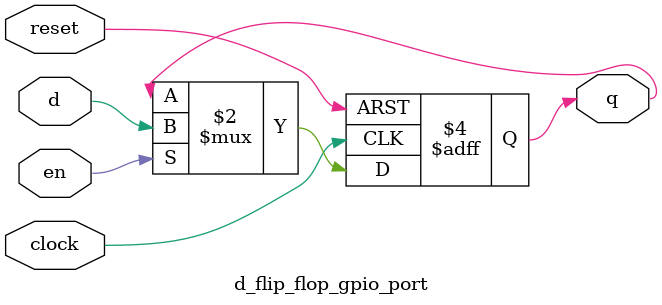
<source format=v>
module d_flip_flop_gpio_port(
	input clock,
	input d,
	input en,
	input reset,
	output reg q
	
);
	always@(posedge clock or posedge reset) begin
		if(reset) begin
			q <= 1'b0;
		end
		else if (en) begin
			q <= d;
		end
	end
	
endmodule
</source>
